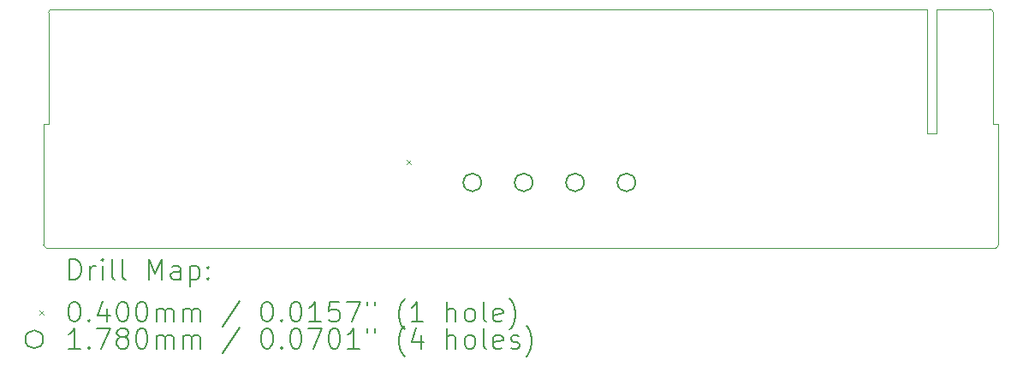
<source format=gbr>
%TF.GenerationSoftware,KiCad,Pcbnew,8.0.2*%
%TF.CreationDate,2024-05-13T11:46:17-04:00*%
%TF.ProjectId,IBM-PS2-Model-70-HDD-Power-adapter,49424d2d-5053-4322-9d4d-6f64656c2d37,rev?*%
%TF.SameCoordinates,Original*%
%TF.FileFunction,Drillmap*%
%TF.FilePolarity,Positive*%
%FSLAX45Y45*%
G04 Gerber Fmt 4.5, Leading zero omitted, Abs format (unit mm)*
G04 Created by KiCad (PCBNEW 8.0.2) date 2024-05-13 11:46:17*
%MOMM*%
%LPD*%
G01*
G04 APERTURE LIST*
%ADD10C,0.050000*%
%ADD11C,0.200000*%
%ADD12C,0.100000*%
%ADD13C,0.178000*%
G04 APERTURE END LIST*
D10*
X9654000Y-9728000D02*
X19045000Y-9728000D01*
X9630000Y-8500000D02*
X9630000Y-9700000D01*
X9680000Y-7400000D02*
X9680000Y-8500000D01*
X19075000Y-8500000D02*
X19075000Y-9700000D01*
X18365000Y-7366000D02*
X18365000Y-8597939D01*
X19025000Y-7400000D02*
X19025000Y-8500000D01*
X9680000Y-8500000D02*
X9630000Y-8500000D01*
X18465000Y-8597900D02*
X18365000Y-8597939D01*
X9654000Y-9728000D02*
G75*
G02*
X9629995Y-9700000I6520J29880D01*
G01*
X18465000Y-7366000D02*
X18990000Y-7366000D01*
X18465000Y-7366000D02*
X18465000Y-8597900D01*
X18365000Y-7366000D02*
X9710000Y-7366000D01*
X9680000Y-7400000D02*
G75*
G02*
X9710000Y-7366001I34470J-180D01*
G01*
X19075000Y-9700000D02*
G75*
G02*
X19045000Y-9727995I-29770J1830D01*
G01*
X18990000Y-7366000D02*
G75*
G02*
X19025005Y-7400000I1010J-33980D01*
G01*
X19075000Y-8500000D02*
X19025000Y-8500000D01*
D11*
D12*
X13224265Y-8862000D02*
X13264265Y-8902000D01*
X13264265Y-8862000D02*
X13224265Y-8902000D01*
D13*
X13960000Y-9081000D02*
G75*
G02*
X13782000Y-9081000I-89000J0D01*
G01*
X13782000Y-9081000D02*
G75*
G02*
X13960000Y-9081000I89000J0D01*
G01*
X14468000Y-9081000D02*
G75*
G02*
X14290000Y-9081000I-89000J0D01*
G01*
X14290000Y-9081000D02*
G75*
G02*
X14468000Y-9081000I89000J0D01*
G01*
X14976000Y-9081000D02*
G75*
G02*
X14798000Y-9081000I-89000J0D01*
G01*
X14798000Y-9081000D02*
G75*
G02*
X14976000Y-9081000I89000J0D01*
G01*
X15484000Y-9081000D02*
G75*
G02*
X15306000Y-9081000I-89000J0D01*
G01*
X15306000Y-9081000D02*
G75*
G02*
X15484000Y-9081000I89000J0D01*
G01*
D11*
X9888277Y-10041984D02*
X9888277Y-9841984D01*
X9888277Y-9841984D02*
X9935896Y-9841984D01*
X9935896Y-9841984D02*
X9964467Y-9851508D01*
X9964467Y-9851508D02*
X9983515Y-9870555D01*
X9983515Y-9870555D02*
X9993039Y-9889603D01*
X9993039Y-9889603D02*
X10002563Y-9927698D01*
X10002563Y-9927698D02*
X10002563Y-9956270D01*
X10002563Y-9956270D02*
X9993039Y-9994365D01*
X9993039Y-9994365D02*
X9983515Y-10013412D01*
X9983515Y-10013412D02*
X9964467Y-10032460D01*
X9964467Y-10032460D02*
X9935896Y-10041984D01*
X9935896Y-10041984D02*
X9888277Y-10041984D01*
X10088277Y-10041984D02*
X10088277Y-9908650D01*
X10088277Y-9946746D02*
X10097801Y-9927698D01*
X10097801Y-9927698D02*
X10107324Y-9918174D01*
X10107324Y-9918174D02*
X10126372Y-9908650D01*
X10126372Y-9908650D02*
X10145420Y-9908650D01*
X10212086Y-10041984D02*
X10212086Y-9908650D01*
X10212086Y-9841984D02*
X10202563Y-9851508D01*
X10202563Y-9851508D02*
X10212086Y-9861031D01*
X10212086Y-9861031D02*
X10221610Y-9851508D01*
X10221610Y-9851508D02*
X10212086Y-9841984D01*
X10212086Y-9841984D02*
X10212086Y-9861031D01*
X10335896Y-10041984D02*
X10316848Y-10032460D01*
X10316848Y-10032460D02*
X10307324Y-10013412D01*
X10307324Y-10013412D02*
X10307324Y-9841984D01*
X10440658Y-10041984D02*
X10421610Y-10032460D01*
X10421610Y-10032460D02*
X10412086Y-10013412D01*
X10412086Y-10013412D02*
X10412086Y-9841984D01*
X10669229Y-10041984D02*
X10669229Y-9841984D01*
X10669229Y-9841984D02*
X10735896Y-9984841D01*
X10735896Y-9984841D02*
X10802563Y-9841984D01*
X10802563Y-9841984D02*
X10802563Y-10041984D01*
X10983515Y-10041984D02*
X10983515Y-9937222D01*
X10983515Y-9937222D02*
X10973991Y-9918174D01*
X10973991Y-9918174D02*
X10954944Y-9908650D01*
X10954944Y-9908650D02*
X10916848Y-9908650D01*
X10916848Y-9908650D02*
X10897801Y-9918174D01*
X10983515Y-10032460D02*
X10964467Y-10041984D01*
X10964467Y-10041984D02*
X10916848Y-10041984D01*
X10916848Y-10041984D02*
X10897801Y-10032460D01*
X10897801Y-10032460D02*
X10888277Y-10013412D01*
X10888277Y-10013412D02*
X10888277Y-9994365D01*
X10888277Y-9994365D02*
X10897801Y-9975317D01*
X10897801Y-9975317D02*
X10916848Y-9965793D01*
X10916848Y-9965793D02*
X10964467Y-9965793D01*
X10964467Y-9965793D02*
X10983515Y-9956270D01*
X11078753Y-9908650D02*
X11078753Y-10108650D01*
X11078753Y-9918174D02*
X11097801Y-9908650D01*
X11097801Y-9908650D02*
X11135896Y-9908650D01*
X11135896Y-9908650D02*
X11154944Y-9918174D01*
X11154944Y-9918174D02*
X11164467Y-9927698D01*
X11164467Y-9927698D02*
X11173991Y-9946746D01*
X11173991Y-9946746D02*
X11173991Y-10003889D01*
X11173991Y-10003889D02*
X11164467Y-10022936D01*
X11164467Y-10022936D02*
X11154944Y-10032460D01*
X11154944Y-10032460D02*
X11135896Y-10041984D01*
X11135896Y-10041984D02*
X11097801Y-10041984D01*
X11097801Y-10041984D02*
X11078753Y-10032460D01*
X11259705Y-10022936D02*
X11269229Y-10032460D01*
X11269229Y-10032460D02*
X11259705Y-10041984D01*
X11259705Y-10041984D02*
X11250182Y-10032460D01*
X11250182Y-10032460D02*
X11259705Y-10022936D01*
X11259705Y-10022936D02*
X11259705Y-10041984D01*
X11259705Y-9918174D02*
X11269229Y-9927698D01*
X11269229Y-9927698D02*
X11259705Y-9937222D01*
X11259705Y-9937222D02*
X11250182Y-9927698D01*
X11250182Y-9927698D02*
X11259705Y-9918174D01*
X11259705Y-9918174D02*
X11259705Y-9937222D01*
D12*
X9587500Y-10350500D02*
X9627500Y-10390500D01*
X9627500Y-10350500D02*
X9587500Y-10390500D01*
D11*
X9926372Y-10261984D02*
X9945420Y-10261984D01*
X9945420Y-10261984D02*
X9964467Y-10271508D01*
X9964467Y-10271508D02*
X9973991Y-10281031D01*
X9973991Y-10281031D02*
X9983515Y-10300079D01*
X9983515Y-10300079D02*
X9993039Y-10338174D01*
X9993039Y-10338174D02*
X9993039Y-10385793D01*
X9993039Y-10385793D02*
X9983515Y-10423889D01*
X9983515Y-10423889D02*
X9973991Y-10442936D01*
X9973991Y-10442936D02*
X9964467Y-10452460D01*
X9964467Y-10452460D02*
X9945420Y-10461984D01*
X9945420Y-10461984D02*
X9926372Y-10461984D01*
X9926372Y-10461984D02*
X9907324Y-10452460D01*
X9907324Y-10452460D02*
X9897801Y-10442936D01*
X9897801Y-10442936D02*
X9888277Y-10423889D01*
X9888277Y-10423889D02*
X9878753Y-10385793D01*
X9878753Y-10385793D02*
X9878753Y-10338174D01*
X9878753Y-10338174D02*
X9888277Y-10300079D01*
X9888277Y-10300079D02*
X9897801Y-10281031D01*
X9897801Y-10281031D02*
X9907324Y-10271508D01*
X9907324Y-10271508D02*
X9926372Y-10261984D01*
X10078753Y-10442936D02*
X10088277Y-10452460D01*
X10088277Y-10452460D02*
X10078753Y-10461984D01*
X10078753Y-10461984D02*
X10069229Y-10452460D01*
X10069229Y-10452460D02*
X10078753Y-10442936D01*
X10078753Y-10442936D02*
X10078753Y-10461984D01*
X10259705Y-10328650D02*
X10259705Y-10461984D01*
X10212086Y-10252460D02*
X10164467Y-10395317D01*
X10164467Y-10395317D02*
X10288277Y-10395317D01*
X10402563Y-10261984D02*
X10421610Y-10261984D01*
X10421610Y-10261984D02*
X10440658Y-10271508D01*
X10440658Y-10271508D02*
X10450182Y-10281031D01*
X10450182Y-10281031D02*
X10459705Y-10300079D01*
X10459705Y-10300079D02*
X10469229Y-10338174D01*
X10469229Y-10338174D02*
X10469229Y-10385793D01*
X10469229Y-10385793D02*
X10459705Y-10423889D01*
X10459705Y-10423889D02*
X10450182Y-10442936D01*
X10450182Y-10442936D02*
X10440658Y-10452460D01*
X10440658Y-10452460D02*
X10421610Y-10461984D01*
X10421610Y-10461984D02*
X10402563Y-10461984D01*
X10402563Y-10461984D02*
X10383515Y-10452460D01*
X10383515Y-10452460D02*
X10373991Y-10442936D01*
X10373991Y-10442936D02*
X10364467Y-10423889D01*
X10364467Y-10423889D02*
X10354944Y-10385793D01*
X10354944Y-10385793D02*
X10354944Y-10338174D01*
X10354944Y-10338174D02*
X10364467Y-10300079D01*
X10364467Y-10300079D02*
X10373991Y-10281031D01*
X10373991Y-10281031D02*
X10383515Y-10271508D01*
X10383515Y-10271508D02*
X10402563Y-10261984D01*
X10593039Y-10261984D02*
X10612086Y-10261984D01*
X10612086Y-10261984D02*
X10631134Y-10271508D01*
X10631134Y-10271508D02*
X10640658Y-10281031D01*
X10640658Y-10281031D02*
X10650182Y-10300079D01*
X10650182Y-10300079D02*
X10659705Y-10338174D01*
X10659705Y-10338174D02*
X10659705Y-10385793D01*
X10659705Y-10385793D02*
X10650182Y-10423889D01*
X10650182Y-10423889D02*
X10640658Y-10442936D01*
X10640658Y-10442936D02*
X10631134Y-10452460D01*
X10631134Y-10452460D02*
X10612086Y-10461984D01*
X10612086Y-10461984D02*
X10593039Y-10461984D01*
X10593039Y-10461984D02*
X10573991Y-10452460D01*
X10573991Y-10452460D02*
X10564467Y-10442936D01*
X10564467Y-10442936D02*
X10554944Y-10423889D01*
X10554944Y-10423889D02*
X10545420Y-10385793D01*
X10545420Y-10385793D02*
X10545420Y-10338174D01*
X10545420Y-10338174D02*
X10554944Y-10300079D01*
X10554944Y-10300079D02*
X10564467Y-10281031D01*
X10564467Y-10281031D02*
X10573991Y-10271508D01*
X10573991Y-10271508D02*
X10593039Y-10261984D01*
X10745420Y-10461984D02*
X10745420Y-10328650D01*
X10745420Y-10347698D02*
X10754944Y-10338174D01*
X10754944Y-10338174D02*
X10773991Y-10328650D01*
X10773991Y-10328650D02*
X10802563Y-10328650D01*
X10802563Y-10328650D02*
X10821610Y-10338174D01*
X10821610Y-10338174D02*
X10831134Y-10357222D01*
X10831134Y-10357222D02*
X10831134Y-10461984D01*
X10831134Y-10357222D02*
X10840658Y-10338174D01*
X10840658Y-10338174D02*
X10859705Y-10328650D01*
X10859705Y-10328650D02*
X10888277Y-10328650D01*
X10888277Y-10328650D02*
X10907325Y-10338174D01*
X10907325Y-10338174D02*
X10916848Y-10357222D01*
X10916848Y-10357222D02*
X10916848Y-10461984D01*
X11012086Y-10461984D02*
X11012086Y-10328650D01*
X11012086Y-10347698D02*
X11021610Y-10338174D01*
X11021610Y-10338174D02*
X11040658Y-10328650D01*
X11040658Y-10328650D02*
X11069229Y-10328650D01*
X11069229Y-10328650D02*
X11088277Y-10338174D01*
X11088277Y-10338174D02*
X11097801Y-10357222D01*
X11097801Y-10357222D02*
X11097801Y-10461984D01*
X11097801Y-10357222D02*
X11107325Y-10338174D01*
X11107325Y-10338174D02*
X11126372Y-10328650D01*
X11126372Y-10328650D02*
X11154944Y-10328650D01*
X11154944Y-10328650D02*
X11173991Y-10338174D01*
X11173991Y-10338174D02*
X11183515Y-10357222D01*
X11183515Y-10357222D02*
X11183515Y-10461984D01*
X11573991Y-10252460D02*
X11402563Y-10509603D01*
X11831134Y-10261984D02*
X11850182Y-10261984D01*
X11850182Y-10261984D02*
X11869229Y-10271508D01*
X11869229Y-10271508D02*
X11878753Y-10281031D01*
X11878753Y-10281031D02*
X11888277Y-10300079D01*
X11888277Y-10300079D02*
X11897801Y-10338174D01*
X11897801Y-10338174D02*
X11897801Y-10385793D01*
X11897801Y-10385793D02*
X11888277Y-10423889D01*
X11888277Y-10423889D02*
X11878753Y-10442936D01*
X11878753Y-10442936D02*
X11869229Y-10452460D01*
X11869229Y-10452460D02*
X11850182Y-10461984D01*
X11850182Y-10461984D02*
X11831134Y-10461984D01*
X11831134Y-10461984D02*
X11812086Y-10452460D01*
X11812086Y-10452460D02*
X11802563Y-10442936D01*
X11802563Y-10442936D02*
X11793039Y-10423889D01*
X11793039Y-10423889D02*
X11783515Y-10385793D01*
X11783515Y-10385793D02*
X11783515Y-10338174D01*
X11783515Y-10338174D02*
X11793039Y-10300079D01*
X11793039Y-10300079D02*
X11802563Y-10281031D01*
X11802563Y-10281031D02*
X11812086Y-10271508D01*
X11812086Y-10271508D02*
X11831134Y-10261984D01*
X11983515Y-10442936D02*
X11993039Y-10452460D01*
X11993039Y-10452460D02*
X11983515Y-10461984D01*
X11983515Y-10461984D02*
X11973991Y-10452460D01*
X11973991Y-10452460D02*
X11983515Y-10442936D01*
X11983515Y-10442936D02*
X11983515Y-10461984D01*
X12116848Y-10261984D02*
X12135896Y-10261984D01*
X12135896Y-10261984D02*
X12154944Y-10271508D01*
X12154944Y-10271508D02*
X12164467Y-10281031D01*
X12164467Y-10281031D02*
X12173991Y-10300079D01*
X12173991Y-10300079D02*
X12183515Y-10338174D01*
X12183515Y-10338174D02*
X12183515Y-10385793D01*
X12183515Y-10385793D02*
X12173991Y-10423889D01*
X12173991Y-10423889D02*
X12164467Y-10442936D01*
X12164467Y-10442936D02*
X12154944Y-10452460D01*
X12154944Y-10452460D02*
X12135896Y-10461984D01*
X12135896Y-10461984D02*
X12116848Y-10461984D01*
X12116848Y-10461984D02*
X12097801Y-10452460D01*
X12097801Y-10452460D02*
X12088277Y-10442936D01*
X12088277Y-10442936D02*
X12078753Y-10423889D01*
X12078753Y-10423889D02*
X12069229Y-10385793D01*
X12069229Y-10385793D02*
X12069229Y-10338174D01*
X12069229Y-10338174D02*
X12078753Y-10300079D01*
X12078753Y-10300079D02*
X12088277Y-10281031D01*
X12088277Y-10281031D02*
X12097801Y-10271508D01*
X12097801Y-10271508D02*
X12116848Y-10261984D01*
X12373991Y-10461984D02*
X12259706Y-10461984D01*
X12316848Y-10461984D02*
X12316848Y-10261984D01*
X12316848Y-10261984D02*
X12297801Y-10290555D01*
X12297801Y-10290555D02*
X12278753Y-10309603D01*
X12278753Y-10309603D02*
X12259706Y-10319127D01*
X12554944Y-10261984D02*
X12459706Y-10261984D01*
X12459706Y-10261984D02*
X12450182Y-10357222D01*
X12450182Y-10357222D02*
X12459706Y-10347698D01*
X12459706Y-10347698D02*
X12478753Y-10338174D01*
X12478753Y-10338174D02*
X12526372Y-10338174D01*
X12526372Y-10338174D02*
X12545420Y-10347698D01*
X12545420Y-10347698D02*
X12554944Y-10357222D01*
X12554944Y-10357222D02*
X12564467Y-10376270D01*
X12564467Y-10376270D02*
X12564467Y-10423889D01*
X12564467Y-10423889D02*
X12554944Y-10442936D01*
X12554944Y-10442936D02*
X12545420Y-10452460D01*
X12545420Y-10452460D02*
X12526372Y-10461984D01*
X12526372Y-10461984D02*
X12478753Y-10461984D01*
X12478753Y-10461984D02*
X12459706Y-10452460D01*
X12459706Y-10452460D02*
X12450182Y-10442936D01*
X12631134Y-10261984D02*
X12764467Y-10261984D01*
X12764467Y-10261984D02*
X12678753Y-10461984D01*
X12831134Y-10261984D02*
X12831134Y-10300079D01*
X12907325Y-10261984D02*
X12907325Y-10300079D01*
X13202563Y-10538174D02*
X13193039Y-10528650D01*
X13193039Y-10528650D02*
X13173991Y-10500079D01*
X13173991Y-10500079D02*
X13164468Y-10481031D01*
X13164468Y-10481031D02*
X13154944Y-10452460D01*
X13154944Y-10452460D02*
X13145420Y-10404841D01*
X13145420Y-10404841D02*
X13145420Y-10366746D01*
X13145420Y-10366746D02*
X13154944Y-10319127D01*
X13154944Y-10319127D02*
X13164468Y-10290555D01*
X13164468Y-10290555D02*
X13173991Y-10271508D01*
X13173991Y-10271508D02*
X13193039Y-10242936D01*
X13193039Y-10242936D02*
X13202563Y-10233412D01*
X13383515Y-10461984D02*
X13269229Y-10461984D01*
X13326372Y-10461984D02*
X13326372Y-10261984D01*
X13326372Y-10261984D02*
X13307325Y-10290555D01*
X13307325Y-10290555D02*
X13288277Y-10309603D01*
X13288277Y-10309603D02*
X13269229Y-10319127D01*
X13621610Y-10461984D02*
X13621610Y-10261984D01*
X13707325Y-10461984D02*
X13707325Y-10357222D01*
X13707325Y-10357222D02*
X13697801Y-10338174D01*
X13697801Y-10338174D02*
X13678753Y-10328650D01*
X13678753Y-10328650D02*
X13650182Y-10328650D01*
X13650182Y-10328650D02*
X13631134Y-10338174D01*
X13631134Y-10338174D02*
X13621610Y-10347698D01*
X13831134Y-10461984D02*
X13812087Y-10452460D01*
X13812087Y-10452460D02*
X13802563Y-10442936D01*
X13802563Y-10442936D02*
X13793039Y-10423889D01*
X13793039Y-10423889D02*
X13793039Y-10366746D01*
X13793039Y-10366746D02*
X13802563Y-10347698D01*
X13802563Y-10347698D02*
X13812087Y-10338174D01*
X13812087Y-10338174D02*
X13831134Y-10328650D01*
X13831134Y-10328650D02*
X13859706Y-10328650D01*
X13859706Y-10328650D02*
X13878753Y-10338174D01*
X13878753Y-10338174D02*
X13888277Y-10347698D01*
X13888277Y-10347698D02*
X13897801Y-10366746D01*
X13897801Y-10366746D02*
X13897801Y-10423889D01*
X13897801Y-10423889D02*
X13888277Y-10442936D01*
X13888277Y-10442936D02*
X13878753Y-10452460D01*
X13878753Y-10452460D02*
X13859706Y-10461984D01*
X13859706Y-10461984D02*
X13831134Y-10461984D01*
X14012087Y-10461984D02*
X13993039Y-10452460D01*
X13993039Y-10452460D02*
X13983515Y-10433412D01*
X13983515Y-10433412D02*
X13983515Y-10261984D01*
X14164468Y-10452460D02*
X14145420Y-10461984D01*
X14145420Y-10461984D02*
X14107325Y-10461984D01*
X14107325Y-10461984D02*
X14088277Y-10452460D01*
X14088277Y-10452460D02*
X14078753Y-10433412D01*
X14078753Y-10433412D02*
X14078753Y-10357222D01*
X14078753Y-10357222D02*
X14088277Y-10338174D01*
X14088277Y-10338174D02*
X14107325Y-10328650D01*
X14107325Y-10328650D02*
X14145420Y-10328650D01*
X14145420Y-10328650D02*
X14164468Y-10338174D01*
X14164468Y-10338174D02*
X14173991Y-10357222D01*
X14173991Y-10357222D02*
X14173991Y-10376270D01*
X14173991Y-10376270D02*
X14078753Y-10395317D01*
X14240658Y-10538174D02*
X14250182Y-10528650D01*
X14250182Y-10528650D02*
X14269230Y-10500079D01*
X14269230Y-10500079D02*
X14278753Y-10481031D01*
X14278753Y-10481031D02*
X14288277Y-10452460D01*
X14288277Y-10452460D02*
X14297801Y-10404841D01*
X14297801Y-10404841D02*
X14297801Y-10366746D01*
X14297801Y-10366746D02*
X14288277Y-10319127D01*
X14288277Y-10319127D02*
X14278753Y-10290555D01*
X14278753Y-10290555D02*
X14269230Y-10271508D01*
X14269230Y-10271508D02*
X14250182Y-10242936D01*
X14250182Y-10242936D02*
X14240658Y-10233412D01*
D13*
X9627500Y-10634500D02*
G75*
G02*
X9449500Y-10634500I-89000J0D01*
G01*
X9449500Y-10634500D02*
G75*
G02*
X9627500Y-10634500I89000J0D01*
G01*
D11*
X9993039Y-10725984D02*
X9878753Y-10725984D01*
X9935896Y-10725984D02*
X9935896Y-10525984D01*
X9935896Y-10525984D02*
X9916848Y-10554555D01*
X9916848Y-10554555D02*
X9897801Y-10573603D01*
X9897801Y-10573603D02*
X9878753Y-10583127D01*
X10078753Y-10706936D02*
X10088277Y-10716460D01*
X10088277Y-10716460D02*
X10078753Y-10725984D01*
X10078753Y-10725984D02*
X10069229Y-10716460D01*
X10069229Y-10716460D02*
X10078753Y-10706936D01*
X10078753Y-10706936D02*
X10078753Y-10725984D01*
X10154944Y-10525984D02*
X10288277Y-10525984D01*
X10288277Y-10525984D02*
X10202563Y-10725984D01*
X10393039Y-10611698D02*
X10373991Y-10602174D01*
X10373991Y-10602174D02*
X10364467Y-10592650D01*
X10364467Y-10592650D02*
X10354944Y-10573603D01*
X10354944Y-10573603D02*
X10354944Y-10564079D01*
X10354944Y-10564079D02*
X10364467Y-10545031D01*
X10364467Y-10545031D02*
X10373991Y-10535508D01*
X10373991Y-10535508D02*
X10393039Y-10525984D01*
X10393039Y-10525984D02*
X10431134Y-10525984D01*
X10431134Y-10525984D02*
X10450182Y-10535508D01*
X10450182Y-10535508D02*
X10459705Y-10545031D01*
X10459705Y-10545031D02*
X10469229Y-10564079D01*
X10469229Y-10564079D02*
X10469229Y-10573603D01*
X10469229Y-10573603D02*
X10459705Y-10592650D01*
X10459705Y-10592650D02*
X10450182Y-10602174D01*
X10450182Y-10602174D02*
X10431134Y-10611698D01*
X10431134Y-10611698D02*
X10393039Y-10611698D01*
X10393039Y-10611698D02*
X10373991Y-10621222D01*
X10373991Y-10621222D02*
X10364467Y-10630746D01*
X10364467Y-10630746D02*
X10354944Y-10649793D01*
X10354944Y-10649793D02*
X10354944Y-10687889D01*
X10354944Y-10687889D02*
X10364467Y-10706936D01*
X10364467Y-10706936D02*
X10373991Y-10716460D01*
X10373991Y-10716460D02*
X10393039Y-10725984D01*
X10393039Y-10725984D02*
X10431134Y-10725984D01*
X10431134Y-10725984D02*
X10450182Y-10716460D01*
X10450182Y-10716460D02*
X10459705Y-10706936D01*
X10459705Y-10706936D02*
X10469229Y-10687889D01*
X10469229Y-10687889D02*
X10469229Y-10649793D01*
X10469229Y-10649793D02*
X10459705Y-10630746D01*
X10459705Y-10630746D02*
X10450182Y-10621222D01*
X10450182Y-10621222D02*
X10431134Y-10611698D01*
X10593039Y-10525984D02*
X10612086Y-10525984D01*
X10612086Y-10525984D02*
X10631134Y-10535508D01*
X10631134Y-10535508D02*
X10640658Y-10545031D01*
X10640658Y-10545031D02*
X10650182Y-10564079D01*
X10650182Y-10564079D02*
X10659705Y-10602174D01*
X10659705Y-10602174D02*
X10659705Y-10649793D01*
X10659705Y-10649793D02*
X10650182Y-10687889D01*
X10650182Y-10687889D02*
X10640658Y-10706936D01*
X10640658Y-10706936D02*
X10631134Y-10716460D01*
X10631134Y-10716460D02*
X10612086Y-10725984D01*
X10612086Y-10725984D02*
X10593039Y-10725984D01*
X10593039Y-10725984D02*
X10573991Y-10716460D01*
X10573991Y-10716460D02*
X10564467Y-10706936D01*
X10564467Y-10706936D02*
X10554944Y-10687889D01*
X10554944Y-10687889D02*
X10545420Y-10649793D01*
X10545420Y-10649793D02*
X10545420Y-10602174D01*
X10545420Y-10602174D02*
X10554944Y-10564079D01*
X10554944Y-10564079D02*
X10564467Y-10545031D01*
X10564467Y-10545031D02*
X10573991Y-10535508D01*
X10573991Y-10535508D02*
X10593039Y-10525984D01*
X10745420Y-10725984D02*
X10745420Y-10592650D01*
X10745420Y-10611698D02*
X10754944Y-10602174D01*
X10754944Y-10602174D02*
X10773991Y-10592650D01*
X10773991Y-10592650D02*
X10802563Y-10592650D01*
X10802563Y-10592650D02*
X10821610Y-10602174D01*
X10821610Y-10602174D02*
X10831134Y-10621222D01*
X10831134Y-10621222D02*
X10831134Y-10725984D01*
X10831134Y-10621222D02*
X10840658Y-10602174D01*
X10840658Y-10602174D02*
X10859705Y-10592650D01*
X10859705Y-10592650D02*
X10888277Y-10592650D01*
X10888277Y-10592650D02*
X10907325Y-10602174D01*
X10907325Y-10602174D02*
X10916848Y-10621222D01*
X10916848Y-10621222D02*
X10916848Y-10725984D01*
X11012086Y-10725984D02*
X11012086Y-10592650D01*
X11012086Y-10611698D02*
X11021610Y-10602174D01*
X11021610Y-10602174D02*
X11040658Y-10592650D01*
X11040658Y-10592650D02*
X11069229Y-10592650D01*
X11069229Y-10592650D02*
X11088277Y-10602174D01*
X11088277Y-10602174D02*
X11097801Y-10621222D01*
X11097801Y-10621222D02*
X11097801Y-10725984D01*
X11097801Y-10621222D02*
X11107325Y-10602174D01*
X11107325Y-10602174D02*
X11126372Y-10592650D01*
X11126372Y-10592650D02*
X11154944Y-10592650D01*
X11154944Y-10592650D02*
X11173991Y-10602174D01*
X11173991Y-10602174D02*
X11183515Y-10621222D01*
X11183515Y-10621222D02*
X11183515Y-10725984D01*
X11573991Y-10516460D02*
X11402563Y-10773603D01*
X11831134Y-10525984D02*
X11850182Y-10525984D01*
X11850182Y-10525984D02*
X11869229Y-10535508D01*
X11869229Y-10535508D02*
X11878753Y-10545031D01*
X11878753Y-10545031D02*
X11888277Y-10564079D01*
X11888277Y-10564079D02*
X11897801Y-10602174D01*
X11897801Y-10602174D02*
X11897801Y-10649793D01*
X11897801Y-10649793D02*
X11888277Y-10687889D01*
X11888277Y-10687889D02*
X11878753Y-10706936D01*
X11878753Y-10706936D02*
X11869229Y-10716460D01*
X11869229Y-10716460D02*
X11850182Y-10725984D01*
X11850182Y-10725984D02*
X11831134Y-10725984D01*
X11831134Y-10725984D02*
X11812086Y-10716460D01*
X11812086Y-10716460D02*
X11802563Y-10706936D01*
X11802563Y-10706936D02*
X11793039Y-10687889D01*
X11793039Y-10687889D02*
X11783515Y-10649793D01*
X11783515Y-10649793D02*
X11783515Y-10602174D01*
X11783515Y-10602174D02*
X11793039Y-10564079D01*
X11793039Y-10564079D02*
X11802563Y-10545031D01*
X11802563Y-10545031D02*
X11812086Y-10535508D01*
X11812086Y-10535508D02*
X11831134Y-10525984D01*
X11983515Y-10706936D02*
X11993039Y-10716460D01*
X11993039Y-10716460D02*
X11983515Y-10725984D01*
X11983515Y-10725984D02*
X11973991Y-10716460D01*
X11973991Y-10716460D02*
X11983515Y-10706936D01*
X11983515Y-10706936D02*
X11983515Y-10725984D01*
X12116848Y-10525984D02*
X12135896Y-10525984D01*
X12135896Y-10525984D02*
X12154944Y-10535508D01*
X12154944Y-10535508D02*
X12164467Y-10545031D01*
X12164467Y-10545031D02*
X12173991Y-10564079D01*
X12173991Y-10564079D02*
X12183515Y-10602174D01*
X12183515Y-10602174D02*
X12183515Y-10649793D01*
X12183515Y-10649793D02*
X12173991Y-10687889D01*
X12173991Y-10687889D02*
X12164467Y-10706936D01*
X12164467Y-10706936D02*
X12154944Y-10716460D01*
X12154944Y-10716460D02*
X12135896Y-10725984D01*
X12135896Y-10725984D02*
X12116848Y-10725984D01*
X12116848Y-10725984D02*
X12097801Y-10716460D01*
X12097801Y-10716460D02*
X12088277Y-10706936D01*
X12088277Y-10706936D02*
X12078753Y-10687889D01*
X12078753Y-10687889D02*
X12069229Y-10649793D01*
X12069229Y-10649793D02*
X12069229Y-10602174D01*
X12069229Y-10602174D02*
X12078753Y-10564079D01*
X12078753Y-10564079D02*
X12088277Y-10545031D01*
X12088277Y-10545031D02*
X12097801Y-10535508D01*
X12097801Y-10535508D02*
X12116848Y-10525984D01*
X12250182Y-10525984D02*
X12383515Y-10525984D01*
X12383515Y-10525984D02*
X12297801Y-10725984D01*
X12497801Y-10525984D02*
X12516848Y-10525984D01*
X12516848Y-10525984D02*
X12535896Y-10535508D01*
X12535896Y-10535508D02*
X12545420Y-10545031D01*
X12545420Y-10545031D02*
X12554944Y-10564079D01*
X12554944Y-10564079D02*
X12564467Y-10602174D01*
X12564467Y-10602174D02*
X12564467Y-10649793D01*
X12564467Y-10649793D02*
X12554944Y-10687889D01*
X12554944Y-10687889D02*
X12545420Y-10706936D01*
X12545420Y-10706936D02*
X12535896Y-10716460D01*
X12535896Y-10716460D02*
X12516848Y-10725984D01*
X12516848Y-10725984D02*
X12497801Y-10725984D01*
X12497801Y-10725984D02*
X12478753Y-10716460D01*
X12478753Y-10716460D02*
X12469229Y-10706936D01*
X12469229Y-10706936D02*
X12459706Y-10687889D01*
X12459706Y-10687889D02*
X12450182Y-10649793D01*
X12450182Y-10649793D02*
X12450182Y-10602174D01*
X12450182Y-10602174D02*
X12459706Y-10564079D01*
X12459706Y-10564079D02*
X12469229Y-10545031D01*
X12469229Y-10545031D02*
X12478753Y-10535508D01*
X12478753Y-10535508D02*
X12497801Y-10525984D01*
X12754944Y-10725984D02*
X12640658Y-10725984D01*
X12697801Y-10725984D02*
X12697801Y-10525984D01*
X12697801Y-10525984D02*
X12678753Y-10554555D01*
X12678753Y-10554555D02*
X12659706Y-10573603D01*
X12659706Y-10573603D02*
X12640658Y-10583127D01*
X12831134Y-10525984D02*
X12831134Y-10564079D01*
X12907325Y-10525984D02*
X12907325Y-10564079D01*
X13202563Y-10802174D02*
X13193039Y-10792650D01*
X13193039Y-10792650D02*
X13173991Y-10764079D01*
X13173991Y-10764079D02*
X13164468Y-10745031D01*
X13164468Y-10745031D02*
X13154944Y-10716460D01*
X13154944Y-10716460D02*
X13145420Y-10668841D01*
X13145420Y-10668841D02*
X13145420Y-10630746D01*
X13145420Y-10630746D02*
X13154944Y-10583127D01*
X13154944Y-10583127D02*
X13164468Y-10554555D01*
X13164468Y-10554555D02*
X13173991Y-10535508D01*
X13173991Y-10535508D02*
X13193039Y-10506936D01*
X13193039Y-10506936D02*
X13202563Y-10497412D01*
X13364468Y-10592650D02*
X13364468Y-10725984D01*
X13316848Y-10516460D02*
X13269229Y-10659317D01*
X13269229Y-10659317D02*
X13393039Y-10659317D01*
X13621610Y-10725984D02*
X13621610Y-10525984D01*
X13707325Y-10725984D02*
X13707325Y-10621222D01*
X13707325Y-10621222D02*
X13697801Y-10602174D01*
X13697801Y-10602174D02*
X13678753Y-10592650D01*
X13678753Y-10592650D02*
X13650182Y-10592650D01*
X13650182Y-10592650D02*
X13631134Y-10602174D01*
X13631134Y-10602174D02*
X13621610Y-10611698D01*
X13831134Y-10725984D02*
X13812087Y-10716460D01*
X13812087Y-10716460D02*
X13802563Y-10706936D01*
X13802563Y-10706936D02*
X13793039Y-10687889D01*
X13793039Y-10687889D02*
X13793039Y-10630746D01*
X13793039Y-10630746D02*
X13802563Y-10611698D01*
X13802563Y-10611698D02*
X13812087Y-10602174D01*
X13812087Y-10602174D02*
X13831134Y-10592650D01*
X13831134Y-10592650D02*
X13859706Y-10592650D01*
X13859706Y-10592650D02*
X13878753Y-10602174D01*
X13878753Y-10602174D02*
X13888277Y-10611698D01*
X13888277Y-10611698D02*
X13897801Y-10630746D01*
X13897801Y-10630746D02*
X13897801Y-10687889D01*
X13897801Y-10687889D02*
X13888277Y-10706936D01*
X13888277Y-10706936D02*
X13878753Y-10716460D01*
X13878753Y-10716460D02*
X13859706Y-10725984D01*
X13859706Y-10725984D02*
X13831134Y-10725984D01*
X14012087Y-10725984D02*
X13993039Y-10716460D01*
X13993039Y-10716460D02*
X13983515Y-10697412D01*
X13983515Y-10697412D02*
X13983515Y-10525984D01*
X14164468Y-10716460D02*
X14145420Y-10725984D01*
X14145420Y-10725984D02*
X14107325Y-10725984D01*
X14107325Y-10725984D02*
X14088277Y-10716460D01*
X14088277Y-10716460D02*
X14078753Y-10697412D01*
X14078753Y-10697412D02*
X14078753Y-10621222D01*
X14078753Y-10621222D02*
X14088277Y-10602174D01*
X14088277Y-10602174D02*
X14107325Y-10592650D01*
X14107325Y-10592650D02*
X14145420Y-10592650D01*
X14145420Y-10592650D02*
X14164468Y-10602174D01*
X14164468Y-10602174D02*
X14173991Y-10621222D01*
X14173991Y-10621222D02*
X14173991Y-10640270D01*
X14173991Y-10640270D02*
X14078753Y-10659317D01*
X14250182Y-10716460D02*
X14269230Y-10725984D01*
X14269230Y-10725984D02*
X14307325Y-10725984D01*
X14307325Y-10725984D02*
X14326372Y-10716460D01*
X14326372Y-10716460D02*
X14335896Y-10697412D01*
X14335896Y-10697412D02*
X14335896Y-10687889D01*
X14335896Y-10687889D02*
X14326372Y-10668841D01*
X14326372Y-10668841D02*
X14307325Y-10659317D01*
X14307325Y-10659317D02*
X14278753Y-10659317D01*
X14278753Y-10659317D02*
X14259706Y-10649793D01*
X14259706Y-10649793D02*
X14250182Y-10630746D01*
X14250182Y-10630746D02*
X14250182Y-10621222D01*
X14250182Y-10621222D02*
X14259706Y-10602174D01*
X14259706Y-10602174D02*
X14278753Y-10592650D01*
X14278753Y-10592650D02*
X14307325Y-10592650D01*
X14307325Y-10592650D02*
X14326372Y-10602174D01*
X14402563Y-10802174D02*
X14412087Y-10792650D01*
X14412087Y-10792650D02*
X14431134Y-10764079D01*
X14431134Y-10764079D02*
X14440658Y-10745031D01*
X14440658Y-10745031D02*
X14450182Y-10716460D01*
X14450182Y-10716460D02*
X14459706Y-10668841D01*
X14459706Y-10668841D02*
X14459706Y-10630746D01*
X14459706Y-10630746D02*
X14450182Y-10583127D01*
X14450182Y-10583127D02*
X14440658Y-10554555D01*
X14440658Y-10554555D02*
X14431134Y-10535508D01*
X14431134Y-10535508D02*
X14412087Y-10506936D01*
X14412087Y-10506936D02*
X14402563Y-10497412D01*
M02*

</source>
